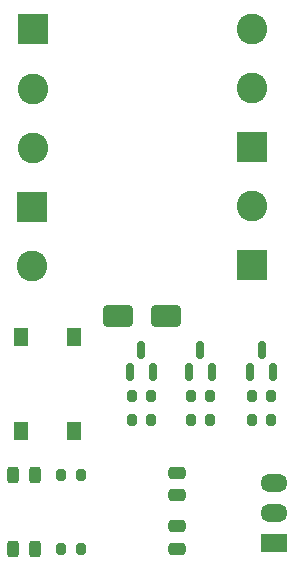
<source format=gbr>
%TF.GenerationSoftware,KiCad,Pcbnew,8.0.6-8.0.6-0~ubuntu24.04.1*%
%TF.CreationDate,2024-10-21T11:40:19+11:00*%
%TF.ProjectId,PCB-Receiver,5043422d-5265-4636-9569-7665722e6b69,rev?*%
%TF.SameCoordinates,Original*%
%TF.FileFunction,Soldermask,Top*%
%TF.FilePolarity,Negative*%
%FSLAX46Y46*%
G04 Gerber Fmt 4.6, Leading zero omitted, Abs format (unit mm)*
G04 Created by KiCad (PCBNEW 8.0.6-8.0.6-0~ubuntu24.04.1) date 2024-10-21 11:40:19*
%MOMM*%
%LPD*%
G01*
G04 APERTURE LIST*
G04 Aperture macros list*
%AMRoundRect*
0 Rectangle with rounded corners*
0 $1 Rounding radius*
0 $2 $3 $4 $5 $6 $7 $8 $9 X,Y pos of 4 corners*
0 Add a 4 corners polygon primitive as box body*
4,1,4,$2,$3,$4,$5,$6,$7,$8,$9,$2,$3,0*
0 Add four circle primitives for the rounded corners*
1,1,$1+$1,$2,$3*
1,1,$1+$1,$4,$5*
1,1,$1+$1,$6,$7*
1,1,$1+$1,$8,$9*
0 Add four rect primitives between the rounded corners*
20,1,$1+$1,$2,$3,$4,$5,0*
20,1,$1+$1,$4,$5,$6,$7,0*
20,1,$1+$1,$6,$7,$8,$9,0*
20,1,$1+$1,$8,$9,$2,$3,0*%
G04 Aperture macros list end*
%ADD10RoundRect,0.250000X-0.475000X0.250000X-0.475000X-0.250000X0.475000X-0.250000X0.475000X0.250000X0*%
%ADD11RoundRect,0.250000X0.475000X-0.250000X0.475000X0.250000X-0.475000X0.250000X-0.475000X-0.250000X0*%
%ADD12R,2.600000X2.600000*%
%ADD13C,2.600000*%
%ADD14RoundRect,0.150000X0.150000X-0.587500X0.150000X0.587500X-0.150000X0.587500X-0.150000X-0.587500X0*%
%ADD15RoundRect,0.200000X0.200000X0.275000X-0.200000X0.275000X-0.200000X-0.275000X0.200000X-0.275000X0*%
%ADD16RoundRect,0.250000X1.000000X0.650000X-1.000000X0.650000X-1.000000X-0.650000X1.000000X-0.650000X0*%
%ADD17O,2.300000X1.500000*%
%ADD18R,2.300000X1.500000*%
%ADD19RoundRect,0.200000X-0.200000X-0.275000X0.200000X-0.275000X0.200000X0.275000X-0.200000X0.275000X0*%
%ADD20R,1.300000X1.550000*%
%ADD21RoundRect,0.243750X0.243750X0.456250X-0.243750X0.456250X-0.243750X-0.456250X0.243750X-0.456250X0*%
G04 APERTURE END LIST*
D10*
%TO.C,C2*%
X89000000Y-69550000D03*
X89000000Y-71450000D03*
%TD*%
D11*
%TO.C,C1*%
X89000000Y-75950000D03*
X89000000Y-74050000D03*
%TD*%
D12*
%TO.C,J5*%
X95305000Y-51970000D03*
D13*
X95305000Y-46970000D03*
%TD*%
D12*
%TO.C,J3*%
X76750000Y-32000000D03*
D13*
X76750000Y-37000000D03*
X76750000Y-42000000D03*
%TD*%
D12*
%TO.C,J1*%
X95305000Y-41970000D03*
D13*
X95305000Y-36970000D03*
X95305000Y-31970000D03*
%TD*%
D12*
%TO.C,J2*%
X76695000Y-47000000D03*
D13*
X76695000Y-52000000D03*
%TD*%
D14*
%TO.C,Q3*%
X90000000Y-61000000D03*
X91900000Y-61000000D03*
X90950000Y-59125000D03*
%TD*%
D15*
%TO.C,R1*%
X86775000Y-63062500D03*
X85125000Y-63062500D03*
%TD*%
%TO.C,R2*%
X86775000Y-65062500D03*
X85125000Y-65062500D03*
%TD*%
D16*
%TO.C,D1*%
X88000000Y-56250000D03*
X84000000Y-56250000D03*
%TD*%
D17*
%TO.C,U2*%
X97207500Y-70367000D03*
X97207500Y-72907000D03*
D18*
X97207500Y-75447000D03*
%TD*%
D15*
%TO.C,R5*%
X91775000Y-63062500D03*
X90125000Y-63062500D03*
%TD*%
%TO.C,R3*%
X96950000Y-63062500D03*
X95300000Y-63062500D03*
%TD*%
D19*
%TO.C,R7*%
X79175000Y-76000000D03*
X80825000Y-76000000D03*
%TD*%
D14*
%TO.C,Q1*%
X85000000Y-61000000D03*
X86900000Y-61000000D03*
X85950000Y-59125000D03*
%TD*%
D15*
%TO.C,R6*%
X91775000Y-65062500D03*
X90125000Y-65062500D03*
%TD*%
D20*
%TO.C,SW1*%
X75750000Y-65975000D03*
X75750000Y-58025000D03*
X80250000Y-65975000D03*
X80250000Y-58025000D03*
%TD*%
D19*
%TO.C,R8*%
X79175000Y-69750000D03*
X80825000Y-69750000D03*
%TD*%
D14*
%TO.C,Q2*%
X95175000Y-61000000D03*
X97075000Y-61000000D03*
X96125000Y-59125000D03*
%TD*%
D21*
%TO.C,D2*%
X76937500Y-76000000D03*
X75062500Y-76000000D03*
%TD*%
D15*
%TO.C,R4*%
X96950000Y-65062500D03*
X95300000Y-65062500D03*
%TD*%
D21*
%TO.C,D3*%
X76937500Y-69750000D03*
X75062500Y-69750000D03*
%TD*%
M02*

</source>
